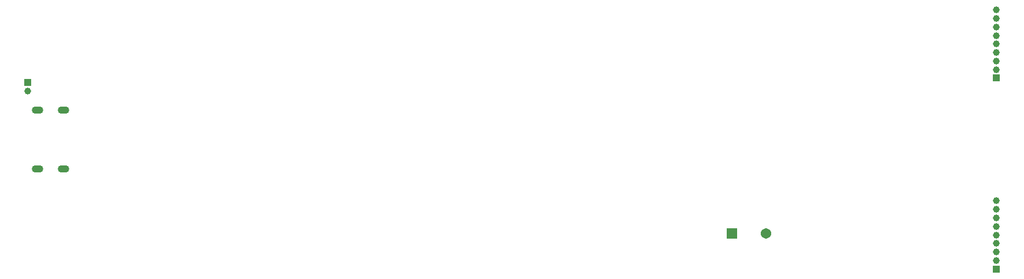
<source format=gbr>
%TF.GenerationSoftware,Altium Limited,Altium Designer,25.8.1 (18)*%
G04 Layer_Color=255*
%FSLAX45Y45*%
%MOMM*%
%TF.SameCoordinates,7B3F40D8-49BE-4A82-B445-1243D3C56F15*%
%TF.FilePolarity,Positive*%
%TF.FileFunction,Pads,Bot*%
%TF.Part,Single*%
G01*
G75*
%TA.AperFunction,ComponentPad*%
%ADD69C,1.00000*%
%ADD70C,1.54060*%
%ADD71R,1.54060X1.54060*%
%ADD72R,1.00000X1.00000*%
G04:AMPARAMS|DCode=73|XSize=1.1mm|YSize=1.7mm|CornerRadius=0.55mm|HoleSize=0mm|Usage=FLASHONLY|Rotation=270.000|XOffset=0mm|YOffset=0mm|HoleType=Round|Shape=RoundedRectangle|*
%AMROUNDEDRECTD73*
21,1,1.10000,0.60000,0,0,270.0*
21,1,0.00000,1.70000,0,0,270.0*
1,1,1.10000,-0.30000,0.00000*
1,1,1.10000,-0.30000,0.00000*
1,1,1.10000,0.30000,0.00000*
1,1,1.10000,0.30000,0.00000*
%
%ADD73ROUNDEDRECTD73*%
D69*
X17259300Y6561200D02*
D03*
X17259300Y6311200D02*
D03*
Y6436200D02*
D03*
X3053800Y8675100D02*
D03*
X17259300Y6186200D02*
D03*
Y9114600D02*
D03*
Y7061200D02*
D03*
Y6811200D02*
D03*
Y9864600D02*
D03*
Y9239600D02*
D03*
Y9614600D02*
D03*
X17259300Y9364600D02*
D03*
X17259300Y8989600D02*
D03*
Y6936200D02*
D03*
Y6686200D02*
D03*
Y9489600D02*
D03*
Y9739600D02*
D03*
D70*
X13880016Y6583703D02*
D03*
D71*
X13379636D02*
D03*
D72*
X17259300Y8864600D02*
D03*
Y6061200D02*
D03*
X3053800Y8800100D02*
D03*
D73*
X3576600Y8394675D02*
D03*
Y7530675D02*
D03*
X3196600Y8394675D02*
D03*
Y7530675D02*
D03*
%TF.MD5,f394ffe22ddd70ef8f6d205be01deff8*%
M02*

</source>
